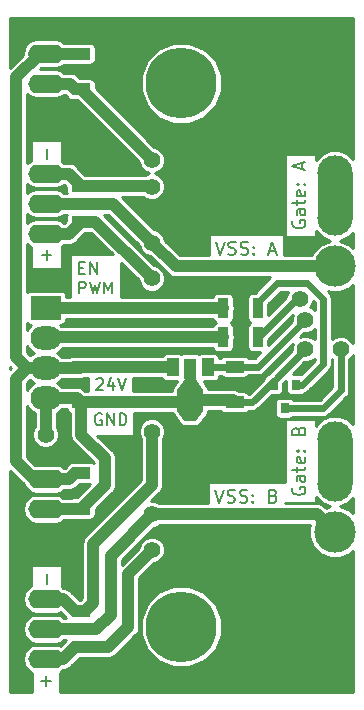
<source format=gbr>
G04 #@! TF.GenerationSoftware,KiCad,Pcbnew,(5.0.0)*
G04 #@! TF.CreationDate,2019-05-03T15:42:08+02:00*
G04 #@! TF.ProjectId,Gate_drive,476174655F64726976652E6B69636164,rev?*
G04 #@! TF.SameCoordinates,PXa21fe80PY3938700*
G04 #@! TF.FileFunction,Copper,L1,Top,Signal*
G04 #@! TF.FilePolarity,Positive*
%FSLAX46Y46*%
G04 Gerber Fmt 4.6, Leading zero omitted, Abs format (unit mm)*
G04 Created by KiCad (PCBNEW (5.0.0)) date 05/03/19 15:42:08*
%MOMM*%
%LPD*%
G01*
G04 APERTURE LIST*
G04 #@! TA.AperFunction,NonConductor*
%ADD10C,0.150000*%
G04 #@! TD*
G04 #@! TA.AperFunction,SMDPad,CuDef*
%ADD11R,0.900000X1.700000*%
G04 #@! TD*
G04 #@! TA.AperFunction,ComponentPad*
%ADD12R,2.600000X2.000000*%
G04 #@! TD*
G04 #@! TA.AperFunction,ComponentPad*
%ADD13O,2.600000X2.000000*%
G04 #@! TD*
G04 #@! TA.AperFunction,SMDPad,CuDef*
%ADD14R,0.800000X0.900000*%
G04 #@! TD*
G04 #@! TA.AperFunction,SMDPad,CuDef*
%ADD15R,1.600000X1.000000*%
G04 #@! TD*
G04 #@! TA.AperFunction,ComponentPad*
%ADD16C,2.999740*%
G04 #@! TD*
G04 #@! TA.AperFunction,ComponentPad*
%ADD17C,3.500120*%
G04 #@! TD*
G04 #@! TA.AperFunction,SMDPad,CuDef*
%ADD18C,0.850000*%
G04 #@! TD*
G04 #@! TA.AperFunction,Conductor*
%ADD19C,0.100000*%
G04 #@! TD*
G04 #@! TA.AperFunction,SMDPad,CuDef*
%ADD20R,1.000000X1.500000*%
G04 #@! TD*
G04 #@! TA.AperFunction,SMDPad,CuDef*
%ADD21R,1.000000X1.800000*%
G04 #@! TD*
G04 #@! TA.AperFunction,SMDPad,CuDef*
%ADD22R,2.200000X1.840000*%
G04 #@! TD*
G04 #@! TA.AperFunction,SMDPad,CuDef*
%ADD23C,1.000000*%
G04 #@! TD*
G04 #@! TA.AperFunction,ComponentPad*
%ADD24C,6.000000*%
G04 #@! TD*
G04 #@! TA.AperFunction,ComponentPad*
%ADD25O,3.000000X1.600000*%
G04 #@! TD*
G04 #@! TA.AperFunction,ViaPad*
%ADD26C,1.400000*%
G04 #@! TD*
G04 #@! TA.AperFunction,Conductor*
%ADD27C,1.000000*%
G04 #@! TD*
G04 #@! TA.AperFunction,Conductor*
%ADD28C,0.600000*%
G04 #@! TD*
G04 #@! TA.AperFunction,Conductor*
%ADD29C,0.300000*%
G04 #@! TD*
G04 #@! TA.AperFunction,Conductor*
%ADD30C,0.256000*%
G04 #@! TD*
G04 #@! TA.AperFunction,NonConductor*
%ADD31C,0.256000*%
G04 #@! TD*
G04 APERTURE END LIST*
D10*
X17933333Y-19397619D02*
X18300000Y-20497619D01*
X18666666Y-19397619D01*
X18980952Y-20445238D02*
X19138095Y-20497619D01*
X19400000Y-20497619D01*
X19504761Y-20445238D01*
X19557142Y-20392857D01*
X19609523Y-20288095D01*
X19609523Y-20183333D01*
X19557142Y-20078571D01*
X19504761Y-20026190D01*
X19400000Y-19973809D01*
X19190476Y-19921428D01*
X19085714Y-19869047D01*
X19033333Y-19816666D01*
X18980952Y-19711904D01*
X18980952Y-19607142D01*
X19033333Y-19502380D01*
X19085714Y-19450000D01*
X19190476Y-19397619D01*
X19452380Y-19397619D01*
X19609523Y-19450000D01*
X20028571Y-20445238D02*
X20185714Y-20497619D01*
X20447619Y-20497619D01*
X20552380Y-20445238D01*
X20604761Y-20392857D01*
X20657142Y-20288095D01*
X20657142Y-20183333D01*
X20604761Y-20078571D01*
X20552380Y-20026190D01*
X20447619Y-19973809D01*
X20238095Y-19921428D01*
X20133333Y-19869047D01*
X20080952Y-19816666D01*
X20028571Y-19711904D01*
X20028571Y-19607142D01*
X20080952Y-19502380D01*
X20133333Y-19450000D01*
X20238095Y-19397619D01*
X20500000Y-19397619D01*
X20657142Y-19450000D01*
X21128571Y-20392857D02*
X21180952Y-20445238D01*
X21128571Y-20497619D01*
X21076190Y-20445238D01*
X21128571Y-20392857D01*
X21128571Y-20497619D01*
X21128571Y-19816666D02*
X21180952Y-19869047D01*
X21128571Y-19921428D01*
X21076190Y-19869047D01*
X21128571Y-19816666D01*
X21128571Y-19921428D01*
X22438095Y-20183333D02*
X22961904Y-20183333D01*
X22333333Y-20497619D02*
X22700000Y-19397619D01*
X23066666Y-20497619D01*
X17854761Y-40397619D02*
X18221428Y-41497619D01*
X18588095Y-40397619D01*
X18902380Y-41445238D02*
X19059523Y-41497619D01*
X19321428Y-41497619D01*
X19426190Y-41445238D01*
X19478571Y-41392857D01*
X19530952Y-41288095D01*
X19530952Y-41183333D01*
X19478571Y-41078571D01*
X19426190Y-41026190D01*
X19321428Y-40973809D01*
X19111904Y-40921428D01*
X19007142Y-40869047D01*
X18954761Y-40816666D01*
X18902380Y-40711904D01*
X18902380Y-40607142D01*
X18954761Y-40502380D01*
X19007142Y-40450000D01*
X19111904Y-40397619D01*
X19373809Y-40397619D01*
X19530952Y-40450000D01*
X19950000Y-41445238D02*
X20107142Y-41497619D01*
X20369047Y-41497619D01*
X20473809Y-41445238D01*
X20526190Y-41392857D01*
X20578571Y-41288095D01*
X20578571Y-41183333D01*
X20526190Y-41078571D01*
X20473809Y-41026190D01*
X20369047Y-40973809D01*
X20159523Y-40921428D01*
X20054761Y-40869047D01*
X20002380Y-40816666D01*
X19950000Y-40711904D01*
X19950000Y-40607142D01*
X20002380Y-40502380D01*
X20054761Y-40450000D01*
X20159523Y-40397619D01*
X20421428Y-40397619D01*
X20578571Y-40450000D01*
X21050000Y-41392857D02*
X21102380Y-41445238D01*
X21050000Y-41497619D01*
X20997619Y-41445238D01*
X21050000Y-41392857D01*
X21050000Y-41497619D01*
X21050000Y-40816666D02*
X21102380Y-40869047D01*
X21050000Y-40921428D01*
X20997619Y-40869047D01*
X21050000Y-40816666D01*
X21050000Y-40921428D01*
X22778571Y-40921428D02*
X22935714Y-40973809D01*
X22988095Y-41026190D01*
X23040476Y-41130952D01*
X23040476Y-41288095D01*
X22988095Y-41392857D01*
X22935714Y-41445238D01*
X22830952Y-41497619D01*
X22411904Y-41497619D01*
X22411904Y-40397619D01*
X22778571Y-40397619D01*
X22883333Y-40450000D01*
X22935714Y-40502380D01*
X22988095Y-40607142D01*
X22988095Y-40711904D01*
X22935714Y-40816666D01*
X22883333Y-40869047D01*
X22778571Y-40921428D01*
X22411904Y-40921428D01*
X3578571Y-20919047D02*
X3578571Y-20080952D01*
X3997619Y-20500000D02*
X3159523Y-20500000D01*
X3578571Y-12419047D02*
X3578571Y-11580952D01*
X3578571Y-48419047D02*
X3578571Y-47580952D01*
X3080952Y-56578571D02*
X3919047Y-56578571D01*
X3500000Y-56997619D02*
X3500000Y-56159523D01*
X7809523Y-31047619D02*
X7857142Y-31000000D01*
X7952380Y-30952380D01*
X8190476Y-30952380D01*
X8285714Y-31000000D01*
X8333333Y-31047619D01*
X8380952Y-31142857D01*
X8380952Y-31238095D01*
X8333333Y-31380952D01*
X7761904Y-31952380D01*
X8380952Y-31952380D01*
X9238095Y-31285714D02*
X9238095Y-31952380D01*
X9000000Y-30904761D02*
X8761904Y-31619047D01*
X9380952Y-31619047D01*
X9619047Y-30952380D02*
X9952380Y-31952380D01*
X10285714Y-30952380D01*
X8238095Y-34000000D02*
X8142857Y-33952380D01*
X8000000Y-33952380D01*
X7857142Y-34000000D01*
X7761904Y-34095238D01*
X7714285Y-34190476D01*
X7666666Y-34380952D01*
X7666666Y-34523809D01*
X7714285Y-34714285D01*
X7761904Y-34809523D01*
X7857142Y-34904761D01*
X8000000Y-34952380D01*
X8095238Y-34952380D01*
X8238095Y-34904761D01*
X8285714Y-34857142D01*
X8285714Y-34523809D01*
X8095238Y-34523809D01*
X8714285Y-34952380D02*
X8714285Y-33952380D01*
X9285714Y-34952380D01*
X9285714Y-33952380D01*
X9761904Y-34952380D02*
X9761904Y-33952380D01*
X10000000Y-33952380D01*
X10142857Y-34000000D01*
X10238095Y-34095238D01*
X10285714Y-34190476D01*
X10333333Y-34380952D01*
X10333333Y-34523809D01*
X10285714Y-34714285D01*
X10238095Y-34809523D01*
X10142857Y-34904761D01*
X10000000Y-34952380D01*
X9761904Y-34952380D01*
X6335595Y-21603571D02*
X6668928Y-21603571D01*
X6811785Y-22127380D02*
X6335595Y-22127380D01*
X6335595Y-21127380D01*
X6811785Y-21127380D01*
X7240357Y-22127380D02*
X7240357Y-21127380D01*
X7811785Y-22127380D01*
X7811785Y-21127380D01*
X6335595Y-23777380D02*
X6335595Y-22777380D01*
X6716547Y-22777380D01*
X6811785Y-22825000D01*
X6859404Y-22872619D01*
X6907023Y-22967857D01*
X6907023Y-23110714D01*
X6859404Y-23205952D01*
X6811785Y-23253571D01*
X6716547Y-23301190D01*
X6335595Y-23301190D01*
X7240357Y-22777380D02*
X7478452Y-23777380D01*
X7668928Y-23063095D01*
X7859404Y-23777380D01*
X8097500Y-22777380D01*
X8478452Y-23777380D02*
X8478452Y-22777380D01*
X8811785Y-23491666D01*
X9145119Y-22777380D01*
X9145119Y-23777380D01*
X24450000Y-40226190D02*
X24397619Y-40330952D01*
X24397619Y-40488095D01*
X24450000Y-40645238D01*
X24554761Y-40750000D01*
X24659523Y-40802380D01*
X24869047Y-40854761D01*
X25026190Y-40854761D01*
X25235714Y-40802380D01*
X25340476Y-40750000D01*
X25445238Y-40645238D01*
X25497619Y-40488095D01*
X25497619Y-40383333D01*
X25445238Y-40226190D01*
X25392857Y-40173809D01*
X25026190Y-40173809D01*
X25026190Y-40383333D01*
X25497619Y-39230952D02*
X24921428Y-39230952D01*
X24816666Y-39283333D01*
X24764285Y-39388095D01*
X24764285Y-39597619D01*
X24816666Y-39702380D01*
X25445238Y-39230952D02*
X25497619Y-39335714D01*
X25497619Y-39597619D01*
X25445238Y-39702380D01*
X25340476Y-39754761D01*
X25235714Y-39754761D01*
X25130952Y-39702380D01*
X25078571Y-39597619D01*
X25078571Y-39335714D01*
X25026190Y-39230952D01*
X24764285Y-38864285D02*
X24764285Y-38445238D01*
X24397619Y-38707142D02*
X25340476Y-38707142D01*
X25445238Y-38654761D01*
X25497619Y-38550000D01*
X25497619Y-38445238D01*
X25445238Y-37659523D02*
X25497619Y-37764285D01*
X25497619Y-37973809D01*
X25445238Y-38078571D01*
X25340476Y-38130952D01*
X24921428Y-38130952D01*
X24816666Y-38078571D01*
X24764285Y-37973809D01*
X24764285Y-37764285D01*
X24816666Y-37659523D01*
X24921428Y-37607142D01*
X25026190Y-37607142D01*
X25130952Y-38130952D01*
X25392857Y-37135714D02*
X25445238Y-37083333D01*
X25497619Y-37135714D01*
X25445238Y-37188095D01*
X25392857Y-37135714D01*
X25497619Y-37135714D01*
X24816666Y-37135714D02*
X24869047Y-37083333D01*
X24921428Y-37135714D01*
X24869047Y-37188095D01*
X24816666Y-37135714D01*
X24921428Y-37135714D01*
X24921428Y-35407142D02*
X24973809Y-35250000D01*
X25026190Y-35197619D01*
X25130952Y-35145238D01*
X25288095Y-35145238D01*
X25392857Y-35197619D01*
X25445238Y-35250000D01*
X25497619Y-35354761D01*
X25497619Y-35773809D01*
X24397619Y-35773809D01*
X24397619Y-35407142D01*
X24450000Y-35302380D01*
X24502380Y-35250000D01*
X24607142Y-35197619D01*
X24711904Y-35197619D01*
X24816666Y-35250000D01*
X24869047Y-35302380D01*
X24921428Y-35407142D01*
X24921428Y-35773809D01*
X24450000Y-17647619D02*
X24397619Y-17752380D01*
X24397619Y-17909523D01*
X24450000Y-18066666D01*
X24554761Y-18171428D01*
X24659523Y-18223809D01*
X24869047Y-18276190D01*
X25026190Y-18276190D01*
X25235714Y-18223809D01*
X25340476Y-18171428D01*
X25445238Y-18066666D01*
X25497619Y-17909523D01*
X25497619Y-17804761D01*
X25445238Y-17647619D01*
X25392857Y-17595238D01*
X25026190Y-17595238D01*
X25026190Y-17804761D01*
X25497619Y-16652380D02*
X24921428Y-16652380D01*
X24816666Y-16704761D01*
X24764285Y-16809523D01*
X24764285Y-17019047D01*
X24816666Y-17123809D01*
X25445238Y-16652380D02*
X25497619Y-16757142D01*
X25497619Y-17019047D01*
X25445238Y-17123809D01*
X25340476Y-17176190D01*
X25235714Y-17176190D01*
X25130952Y-17123809D01*
X25078571Y-17019047D01*
X25078571Y-16757142D01*
X25026190Y-16652380D01*
X24764285Y-16285714D02*
X24764285Y-15866666D01*
X24397619Y-16128571D02*
X25340476Y-16128571D01*
X25445238Y-16076190D01*
X25497619Y-15971428D01*
X25497619Y-15866666D01*
X25445238Y-15080952D02*
X25497619Y-15185714D01*
X25497619Y-15395238D01*
X25445238Y-15500000D01*
X25340476Y-15552380D01*
X24921428Y-15552380D01*
X24816666Y-15500000D01*
X24764285Y-15395238D01*
X24764285Y-15185714D01*
X24816666Y-15080952D01*
X24921428Y-15028571D01*
X25026190Y-15028571D01*
X25130952Y-15552380D01*
X25392857Y-14557142D02*
X25445238Y-14504761D01*
X25497619Y-14557142D01*
X25445238Y-14609523D01*
X25392857Y-14557142D01*
X25497619Y-14557142D01*
X24816666Y-14557142D02*
X24869047Y-14504761D01*
X24921428Y-14557142D01*
X24869047Y-14609523D01*
X24816666Y-14557142D01*
X24921428Y-14557142D01*
X25183333Y-13247619D02*
X25183333Y-12723809D01*
X25497619Y-13352380D02*
X24397619Y-12985714D01*
X25497619Y-12619047D01*
D11*
G04 #@! TO.P,R1,1*
G04 #@! TO.N,Net-(C8-Pad1)*
X21450000Y-27500000D03*
G04 #@! TO.P,R1,2*
G04 #@! TO.N,/PWM*
X18550000Y-27500000D03*
G04 #@! TD*
D12*
G04 #@! TO.P,J1,1*
G04 #@! TO.N,/ENABLE*
X3500000Y-25000000D03*
D13*
G04 #@! TO.P,J1,2*
G04 #@! TO.N,/PWM*
X3500000Y-27540000D03*
G04 #@! TO.P,J1,3*
G04 #@! TO.N,+24V*
X3500000Y-30080000D03*
G04 #@! TO.P,J1,4*
G04 #@! TO.N,GND*
X3500000Y-32620000D03*
G04 #@! TD*
D11*
G04 #@! TO.P,R4,1*
G04 #@! TO.N,Net-(Q3-Pad1)*
X21450000Y-25000000D03*
G04 #@! TO.P,R4,2*
G04 #@! TO.N,/ENABLE*
X18550000Y-25000000D03*
G04 #@! TD*
D14*
G04 #@! TO.P,Q3,1*
G04 #@! TO.N,Net-(Q3-Pad1)*
X24700000Y-31500000D03*
G04 #@! TO.P,Q3,2*
G04 #@! TO.N,GND*
X22800000Y-31500000D03*
G04 #@! TO.P,Q3,3*
G04 #@! TO.N,Net-(Q3-Pad3)*
X23750000Y-33500000D03*
G04 #@! TD*
D15*
G04 #@! TO.P,C1,1*
G04 #@! TO.N,+24V*
X6500000Y-3500000D03*
G04 #@! TO.P,C1,2*
G04 #@! TO.N,GND*
X6500000Y-6500000D03*
G04 #@! TD*
G04 #@! TO.P,C2,1*
G04 #@! TO.N,+24V*
X12000000Y-30000000D03*
G04 #@! TO.P,C2,2*
G04 #@! TO.N,GND*
X12000000Y-33000000D03*
G04 #@! TD*
G04 #@! TO.P,C3,1*
G04 #@! TO.N,+15V*
X19500000Y-30000000D03*
G04 #@! TO.P,C3,2*
G04 #@! TO.N,GND*
X19500000Y-33000000D03*
G04 #@! TD*
G04 #@! TO.P,C4,1*
G04 #@! TO.N,+24V*
X6500000Y-30000000D03*
G04 #@! TO.P,C4,2*
G04 #@! TO.N,GND*
X6500000Y-33000000D03*
G04 #@! TD*
G04 #@! TO.P,C5,1*
G04 #@! TO.N,/+15V:A*
X6500000Y-17700000D03*
G04 #@! TO.P,C5,2*
G04 #@! TO.N,/-8.7V:A*
X6500000Y-14700000D03*
G04 #@! TD*
G04 #@! TO.P,C13,1*
G04 #@! TO.N,/+15V:B*
X6500000Y-53700000D03*
G04 #@! TO.P,C13,2*
G04 #@! TO.N,/-8.7V:B*
X6500000Y-50700000D03*
G04 #@! TD*
G04 #@! TO.P,C18,1*
G04 #@! TO.N,+24V*
X6500000Y-39000000D03*
G04 #@! TO.P,C18,2*
G04 #@! TO.N,GND*
X6500000Y-42000000D03*
G04 #@! TD*
D16*
G04 #@! TO.P,J2,1*
G04 #@! TO.N,/Gate:A*
X28000000Y-17405000D03*
X28000000Y-13595000D03*
G04 #@! TD*
D17*
G04 #@! TO.P,J3,1*
G04 #@! TO.N,/VSS:A*
X28000000Y-21500000D03*
G04 #@! TD*
D16*
G04 #@! TO.P,J4,1*
G04 #@! TO.N,/Gate:B*
X28000000Y-39905000D03*
X28000000Y-36095000D03*
G04 #@! TD*
D17*
G04 #@! TO.P,J5,1*
G04 #@! TO.N,/VSS:B*
X28000000Y-44000000D03*
G04 #@! TD*
D18*
G04 #@! TO.P,U1,2*
G04 #@! TO.N,GND*
X15750000Y-34167000D03*
D19*
G04 #@! TD*
G04 #@! TO.N,GND*
G04 #@! TO.C,U1*
G36*
X16850000Y-33742000D02*
X16250000Y-34592000D01*
X15250000Y-34592000D01*
X14650000Y-33742000D01*
X16850000Y-33742000D01*
X16850000Y-33742000D01*
G37*
D20*
G04 #@! TO.P,U1,1*
G04 #@! TO.N,+15V*
X17250000Y-30020000D03*
D21*
G04 #@! TO.P,U1,2*
G04 #@! TO.N,GND*
X15750000Y-30166500D03*
D20*
G04 #@! TO.P,U1,3*
G04 #@! TO.N,+24V*
X14250000Y-30020000D03*
D22*
G04 #@! TO.P,U1,2*
G04 #@! TO.N,GND*
X15750000Y-32833500D03*
D23*
X15750000Y-31423800D03*
D19*
G04 #@! TD*
G04 #@! TO.N,GND*
G04 #@! TO.C,U1*
G36*
X14650000Y-31923800D02*
X15350000Y-30923800D01*
X16150000Y-30923800D01*
X16850000Y-31923800D01*
X14650000Y-31923800D01*
X14650000Y-31923800D01*
G37*
D24*
G04 #@! TO.P,REF\002A\002A,1*
G04 #@! TO.N,N/C*
X15000000Y-6000000D03*
G04 #@! TD*
G04 #@! TO.P,REF\002A\002A,1*
G04 #@! TO.N,N/C*
X15000000Y-52000000D03*
G04 #@! TD*
D25*
G04 #@! TO.P,U4,1*
G04 #@! TO.N,+24V*
X3500000Y-39500000D03*
G04 #@! TO.P,U4,2*
G04 #@! TO.N,GND*
X3500000Y-42040000D03*
G04 #@! TO.P,U4,5*
G04 #@! TO.N,/-8.7V:B*
X3500000Y-49660000D03*
G04 #@! TO.P,U4,6*
G04 #@! TO.N,/VSS:B*
X3500000Y-52200000D03*
G04 #@! TO.P,U4,7*
G04 #@! TO.N,/+15V:B*
X3500000Y-54740000D03*
G04 #@! TD*
G04 #@! TO.P,U2,1*
G04 #@! TO.N,+24V*
X3500000Y-3500000D03*
G04 #@! TO.P,U2,2*
G04 #@! TO.N,GND*
X3500000Y-6040000D03*
G04 #@! TO.P,U2,5*
G04 #@! TO.N,/-8.7V:A*
X3500000Y-13660000D03*
G04 #@! TO.P,U2,6*
G04 #@! TO.N,/VSS:A*
X3500000Y-16200000D03*
G04 #@! TO.P,U2,7*
G04 #@! TO.N,/+15V:A*
X3500000Y-18740000D03*
G04 #@! TD*
D26*
G04 #@! TO.N,GND*
X25500000Y-28500000D03*
X12500000Y-12500000D03*
X3500000Y-35750000D03*
G04 #@! TO.N,+15V*
X25500000Y-26000000D03*
G04 #@! TO.N,/+15V:A*
X12500000Y-22500000D03*
G04 #@! TO.N,/-8.7V:A*
X12500000Y-14750000D03*
G04 #@! TO.N,/VSS:A*
X12500000Y-19500000D03*
G04 #@! TO.N,Net-(C8-Pad1)*
X25000000Y-24250000D03*
G04 #@! TO.N,/+15V:B*
X12500000Y-45500000D03*
G04 #@! TO.N,/-8.7V:B*
X12500000Y-35500000D03*
G04 #@! TO.N,/VSS:B*
X12500000Y-42500000D03*
G04 #@! TO.N,Net-(Q3-Pad3)*
X28500000Y-28500000D03*
G04 #@! TD*
D27*
G04 #@! TO.N,+24V*
X3500000Y-3500000D02*
X2500000Y-3500000D01*
X3000000Y-3500000D02*
X1000000Y-5500000D01*
X1000000Y-29160000D02*
X1000000Y-5500000D01*
X1920000Y-30080000D02*
X1000000Y-29160000D01*
X3500000Y-30080000D02*
X1920000Y-30080000D01*
X1000000Y-38000000D02*
X2500000Y-39500000D01*
X1000000Y-31000000D02*
X1000000Y-38000000D01*
X1920000Y-30080000D02*
X1000000Y-31000000D01*
X2500000Y-39500000D02*
X3000000Y-39500000D01*
X3000000Y-39500000D02*
X5500000Y-39500000D01*
X5500000Y-39500000D02*
X6000000Y-39000000D01*
X3500000Y-30080000D02*
X6420000Y-30080000D01*
X12000000Y-30000000D02*
X14230000Y-30000000D01*
D28*
X14230000Y-30000000D02*
X14250000Y-30020000D01*
D27*
X6500000Y-30000000D02*
X12000000Y-30000000D01*
D28*
X6420000Y-30080000D02*
X6500000Y-30000000D01*
D27*
X3500000Y-3500000D02*
X6000000Y-3500000D01*
D28*
G04 #@! TO.N,GND*
X22800000Y-31500000D02*
X22800000Y-31200000D01*
X22800000Y-31200000D02*
X23000000Y-31000000D01*
X19500000Y-33000000D02*
X21000000Y-33000000D01*
X21000000Y-33000000D02*
X23000000Y-31000000D01*
X23000000Y-31000000D02*
X25500000Y-28500000D01*
D29*
X15750000Y-31423800D02*
X15750000Y-32833500D01*
X15750000Y-32833500D02*
X15750000Y-30166500D01*
X15750000Y-34167000D02*
X15750000Y-32833500D01*
D27*
X6500000Y-42000000D02*
X3540000Y-42000000D01*
X3540000Y-42000000D02*
X3500000Y-42040000D01*
X6500000Y-33000000D02*
X6500000Y-35750000D01*
X8500000Y-40000000D02*
X6500000Y-42000000D01*
X8500000Y-37750000D02*
X8500000Y-40000000D01*
X6500000Y-35750000D02*
X8500000Y-37750000D01*
X12500000Y-12500000D02*
X6500000Y-6500000D01*
X3500000Y-32620000D02*
X3500000Y-35750000D01*
D28*
X19550000Y-32950000D02*
X19500000Y-33000000D01*
X19500000Y-33000000D02*
X19500000Y-32950000D01*
D27*
X15750000Y-32833500D02*
X19333500Y-32833500D01*
D28*
X19333500Y-32833500D02*
X19500000Y-33000000D01*
D27*
X12000000Y-33000000D02*
X15583500Y-33000000D01*
D28*
X15583500Y-33000000D02*
X15750000Y-32833500D01*
D27*
X6500000Y-33000000D02*
X12000000Y-33000000D01*
X3500000Y-32620000D02*
X6120000Y-32620000D01*
X6120000Y-32620000D02*
X6500000Y-33000000D01*
X3500000Y-6040000D02*
X5540000Y-6040000D01*
X5540000Y-6040000D02*
X6000000Y-6500000D01*
D28*
G04 #@! TO.N,+15V*
X21500000Y-30000000D02*
X25500000Y-26000000D01*
X21500000Y-30000000D02*
X19500000Y-30000000D01*
X19500000Y-30000000D02*
X19750000Y-30000000D01*
X19500000Y-30000000D02*
X20000000Y-30000000D01*
X17250000Y-30020000D02*
X19480000Y-30020000D01*
X19480000Y-30020000D02*
X19500000Y-30000000D01*
D27*
G04 #@! TO.N,/+15V:A*
X6500000Y-17700000D02*
X7700000Y-17700000D01*
X7700000Y-17700000D02*
X12500000Y-22500000D01*
X3500000Y-18740000D02*
X5460000Y-18740000D01*
X5460000Y-18740000D02*
X6500000Y-17700000D01*
G04 #@! TO.N,/-8.7V:A*
X6500000Y-14700000D02*
X10300000Y-14700000D01*
X12450000Y-14700000D02*
X10300000Y-14700000D01*
X12500000Y-14750000D02*
X12450000Y-14700000D01*
X3500000Y-13660000D02*
X5460000Y-13660000D01*
X5460000Y-13660000D02*
X6500000Y-14700000D01*
G04 #@! TO.N,/VSS:A*
X28000000Y-21500000D02*
X14500000Y-21500000D01*
X14500000Y-21500000D02*
X12500000Y-19500000D01*
X3500000Y-16200000D02*
X9200000Y-16200000D01*
X9200000Y-16200000D02*
X12500000Y-19500000D01*
D28*
G04 #@! TO.N,Net-(C8-Pad1)*
X21450000Y-27500000D02*
X21500000Y-27500000D01*
X21500000Y-27500000D02*
X24750000Y-24250000D01*
X24750000Y-24250000D02*
X25000000Y-24250000D01*
D27*
G04 #@! TO.N,/+15V:B*
X6000000Y-53700000D02*
X8800000Y-53700000D01*
X10500000Y-47500000D02*
X12500000Y-45500000D01*
X10500000Y-52000000D02*
X10500000Y-47500000D01*
X8800000Y-53700000D02*
X10500000Y-52000000D01*
X3000000Y-54740000D02*
X4960000Y-54740000D01*
X4960000Y-54740000D02*
X6000000Y-53700000D01*
G04 #@! TO.N,/-8.7V:B*
X6000000Y-50700000D02*
X6800000Y-50700000D01*
X6800000Y-50700000D02*
X7500000Y-50000000D01*
X12500000Y-40000000D02*
X12500000Y-35500000D01*
X7500000Y-45000000D02*
X12500000Y-40000000D01*
X7500000Y-50000000D02*
X7500000Y-45000000D01*
X3000000Y-49660000D02*
X4960000Y-49660000D01*
X4960000Y-49660000D02*
X6000000Y-50700000D01*
G04 #@! TO.N,/VSS:B*
X12500000Y-42500000D02*
X26500000Y-42500000D01*
X26500000Y-42500000D02*
X28000000Y-44000000D01*
X3000000Y-52200000D02*
X7800000Y-52200000D01*
X9000000Y-46000000D02*
X12500000Y-42500000D01*
X9000000Y-51000000D02*
X9000000Y-46000000D01*
X7800000Y-52200000D02*
X9000000Y-51000000D01*
G04 #@! TO.N,/PWM*
X18550000Y-27500000D02*
X3540000Y-27500000D01*
D28*
X3540000Y-27500000D02*
X3500000Y-27540000D01*
D27*
G04 #@! TO.N,/ENABLE*
X3500000Y-25000000D02*
X18550000Y-25000000D01*
D28*
G04 #@! TO.N,Net-(Q3-Pad1)*
X24700000Y-31500000D02*
X25250000Y-31500000D01*
X23100000Y-22900000D02*
X21450000Y-24550000D01*
X25650000Y-22900000D02*
X23100000Y-22900000D01*
X27000000Y-24250000D02*
X25650000Y-22900000D01*
X27000000Y-29750000D02*
X27000000Y-24250000D01*
X25250000Y-31500000D02*
X27000000Y-29750000D01*
X21450000Y-24550000D02*
X21450000Y-25000000D01*
G04 #@! TO.N,Net-(Q3-Pad3)*
X23750000Y-33500000D02*
X27000000Y-33500000D01*
X28500000Y-32000000D02*
X28500000Y-28500000D01*
X27000000Y-33500000D02*
X28500000Y-32000000D01*
G04 #@! TD*
D30*
G04 #@! TO.N,/Gate:A*
G36*
X29372000Y-13553020D02*
X29372000Y-17446980D01*
X28446980Y-18372000D01*
X27553020Y-18372000D01*
X26628000Y-17446980D01*
X26628000Y-13553020D01*
X27553020Y-12628000D01*
X28446980Y-12628000D01*
X29372000Y-13553020D01*
X29372000Y-13553020D01*
G37*
X29372000Y-13553020D02*
X29372000Y-17446980D01*
X28446980Y-18372000D01*
X27553020Y-18372000D01*
X26628000Y-17446980D01*
X26628000Y-13553020D01*
X27553020Y-12628000D01*
X28446980Y-12628000D01*
X29372000Y-13553020D01*
G04 #@! TO.N,/Gate:B*
G36*
X29372000Y-36053020D02*
X29372000Y-39946980D01*
X28446980Y-40872000D01*
X27553020Y-40872000D01*
X26628000Y-39946980D01*
X26628000Y-36053020D01*
X27553020Y-35128000D01*
X28446980Y-35128000D01*
X29372000Y-36053020D01*
X29372000Y-36053020D01*
G37*
X29372000Y-36053020D02*
X29372000Y-39946980D01*
X28446980Y-40872000D01*
X27553020Y-40872000D01*
X26628000Y-39946980D01*
X26628000Y-36053020D01*
X27553020Y-35128000D01*
X28446980Y-35128000D01*
X29372000Y-36053020D01*
D31*
G36*
X25821940Y-43566757D02*
X25821940Y-44433243D01*
X26153530Y-45233772D01*
X26766228Y-45846470D01*
X27566757Y-46178060D01*
X28433243Y-46178060D01*
X29233772Y-45846470D01*
X29497001Y-45583241D01*
X29497001Y-57497000D01*
X4683953Y-57497000D01*
X4683953Y-55893535D01*
X5008815Y-55676469D01*
X5051391Y-55668000D01*
X5051397Y-55668000D01*
X5322087Y-55614156D01*
X5629050Y-55409050D01*
X5680823Y-55331566D01*
X6376005Y-54636385D01*
X7300000Y-54636385D01*
X7342154Y-54628000D01*
X8708609Y-54628000D01*
X8800000Y-54646179D01*
X8891391Y-54628000D01*
X8891397Y-54628000D01*
X9162087Y-54574156D01*
X9469050Y-54369050D01*
X9520823Y-54291566D01*
X11091569Y-52720821D01*
X11169050Y-52669050D01*
X11374156Y-52362087D01*
X11428000Y-52091397D01*
X11428000Y-52091392D01*
X11446179Y-52000001D01*
X11428000Y-51908609D01*
X11428000Y-51318129D01*
X11572000Y-51318129D01*
X11572000Y-52681871D01*
X12093882Y-53941806D01*
X13058194Y-54906118D01*
X14318129Y-55428000D01*
X15681871Y-55428000D01*
X16941806Y-54906118D01*
X17906118Y-53941806D01*
X18428000Y-52681871D01*
X18428000Y-51318129D01*
X17906118Y-50058194D01*
X16941806Y-49093882D01*
X15681871Y-48572000D01*
X14318129Y-48572000D01*
X13058194Y-49093882D01*
X12093882Y-50058194D01*
X11572000Y-51318129D01*
X11428000Y-51318129D01*
X11428000Y-47884389D01*
X12684390Y-46628000D01*
X12724373Y-46628000D01*
X13138961Y-46456272D01*
X13456272Y-46138961D01*
X13628000Y-45724373D01*
X13628000Y-45275627D01*
X13456272Y-44861039D01*
X13138961Y-44543728D01*
X12724373Y-44372000D01*
X12275627Y-44372000D01*
X11861039Y-44543728D01*
X11543728Y-44861039D01*
X11372000Y-45275627D01*
X11372000Y-45315610D01*
X9928000Y-46759611D01*
X9928000Y-46384389D01*
X12684390Y-43628000D01*
X12724373Y-43628000D01*
X13138961Y-43456272D01*
X13167233Y-43428000D01*
X25879415Y-43428000D01*
X25821940Y-43566757D01*
X25821940Y-43566757D01*
G37*
X25821940Y-43566757D02*
X25821940Y-44433243D01*
X26153530Y-45233772D01*
X26766228Y-45846470D01*
X27566757Y-46178060D01*
X28433243Y-46178060D01*
X29233772Y-45846470D01*
X29497001Y-45583241D01*
X29497001Y-57497000D01*
X4683953Y-57497000D01*
X4683953Y-55893535D01*
X5008815Y-55676469D01*
X5051391Y-55668000D01*
X5051397Y-55668000D01*
X5322087Y-55614156D01*
X5629050Y-55409050D01*
X5680823Y-55331566D01*
X6376005Y-54636385D01*
X7300000Y-54636385D01*
X7342154Y-54628000D01*
X8708609Y-54628000D01*
X8800000Y-54646179D01*
X8891391Y-54628000D01*
X8891397Y-54628000D01*
X9162087Y-54574156D01*
X9469050Y-54369050D01*
X9520823Y-54291566D01*
X11091569Y-52720821D01*
X11169050Y-52669050D01*
X11374156Y-52362087D01*
X11428000Y-52091397D01*
X11428000Y-52091392D01*
X11446179Y-52000001D01*
X11428000Y-51908609D01*
X11428000Y-51318129D01*
X11572000Y-51318129D01*
X11572000Y-52681871D01*
X12093882Y-53941806D01*
X13058194Y-54906118D01*
X14318129Y-55428000D01*
X15681871Y-55428000D01*
X16941806Y-54906118D01*
X17906118Y-53941806D01*
X18428000Y-52681871D01*
X18428000Y-51318129D01*
X17906118Y-50058194D01*
X16941806Y-49093882D01*
X15681871Y-48572000D01*
X14318129Y-48572000D01*
X13058194Y-49093882D01*
X12093882Y-50058194D01*
X11572000Y-51318129D01*
X11428000Y-51318129D01*
X11428000Y-47884389D01*
X12684390Y-46628000D01*
X12724373Y-46628000D01*
X13138961Y-46456272D01*
X13456272Y-46138961D01*
X13628000Y-45724373D01*
X13628000Y-45275627D01*
X13456272Y-44861039D01*
X13138961Y-44543728D01*
X12724373Y-44372000D01*
X12275627Y-44372000D01*
X11861039Y-44543728D01*
X11543728Y-44861039D01*
X11372000Y-45275627D01*
X11372000Y-45315610D01*
X9928000Y-46759611D01*
X9928000Y-46384389D01*
X12684390Y-43628000D01*
X12724373Y-43628000D01*
X13138961Y-43456272D01*
X13167233Y-43428000D01*
X25879415Y-43428000D01*
X25821940Y-43566757D01*
G36*
X29497001Y-34865581D02*
X29092051Y-34460631D01*
X28383477Y-34167130D01*
X27616523Y-34167130D01*
X26907949Y-34460631D01*
X26398500Y-34970080D01*
X26398500Y-34432714D01*
X23742500Y-34432714D01*
X23742500Y-39742500D01*
X17247000Y-39742500D01*
X17247000Y-41572000D01*
X13167233Y-41572000D01*
X13138961Y-41543728D01*
X12724373Y-41372000D01*
X12440390Y-41372000D01*
X13091569Y-40720821D01*
X13169050Y-40669050D01*
X13374156Y-40362087D01*
X13428000Y-40091397D01*
X13428000Y-40091392D01*
X13446179Y-40000000D01*
X13428000Y-39908609D01*
X13428000Y-36167233D01*
X13456272Y-36138961D01*
X13628000Y-35724373D01*
X13628000Y-35275627D01*
X13456272Y-34861039D01*
X13138961Y-34543728D01*
X12724373Y-34372000D01*
X12275627Y-34372000D01*
X11861039Y-34543728D01*
X11543728Y-34861039D01*
X11372000Y-35275627D01*
X11372000Y-35724373D01*
X11543728Y-36138961D01*
X11572001Y-36167234D01*
X11572000Y-39615610D01*
X6908432Y-44279179D01*
X6830951Y-44330950D01*
X6779180Y-44408431D01*
X6779178Y-44408433D01*
X6625845Y-44637913D01*
X6553821Y-45000000D01*
X6572001Y-45091396D01*
X6572000Y-49615610D01*
X6423995Y-49763615D01*
X6376005Y-49763615D01*
X5680823Y-49068434D01*
X5629050Y-48990950D01*
X5322087Y-48785844D01*
X5051397Y-48732000D01*
X5051391Y-48732000D01*
X5008815Y-48723531D01*
X4898500Y-48649821D01*
X4898500Y-46816047D01*
X2242500Y-46816047D01*
X2242500Y-48555608D01*
X1914662Y-48774662D01*
X1643250Y-49180859D01*
X1547943Y-49660000D01*
X1643250Y-50139141D01*
X1914662Y-50545338D01*
X2320859Y-50816750D01*
X2679057Y-50888000D01*
X4320943Y-50888000D01*
X4679141Y-50816750D01*
X4754205Y-50766594D01*
X5259610Y-51272000D01*
X5021490Y-51272000D01*
X4679141Y-51043250D01*
X4320943Y-50972000D01*
X2679057Y-50972000D01*
X2320859Y-51043250D01*
X1914662Y-51314662D01*
X1643250Y-51720859D01*
X1547943Y-52200000D01*
X1643250Y-52679141D01*
X1914662Y-53085338D01*
X2320859Y-53356750D01*
X2679057Y-53428000D01*
X4320943Y-53428000D01*
X4679141Y-53356750D01*
X5021490Y-53128000D01*
X5259610Y-53128000D01*
X4754205Y-53633406D01*
X4679141Y-53583250D01*
X4320943Y-53512000D01*
X2679057Y-53512000D01*
X2320859Y-53583250D01*
X1914662Y-53854662D01*
X1643250Y-54260859D01*
X1547943Y-54740000D01*
X1643250Y-55219141D01*
X1914662Y-55625338D01*
X2316048Y-55893535D01*
X2316048Y-57497000D01*
X503000Y-57497000D01*
X503000Y-38815389D01*
X1637415Y-39949804D01*
X1643250Y-39979141D01*
X1914662Y-40385338D01*
X2320859Y-40656750D01*
X2679057Y-40728000D01*
X4320943Y-40728000D01*
X4679141Y-40656750D01*
X5021490Y-40428000D01*
X5408609Y-40428000D01*
X5500000Y-40446179D01*
X5591391Y-40428000D01*
X5591397Y-40428000D01*
X5862087Y-40374156D01*
X6169050Y-40169050D01*
X6220823Y-40091566D01*
X6376004Y-39936385D01*
X7251225Y-39936385D01*
X6123996Y-41063615D01*
X5700000Y-41063615D01*
X5657846Y-41072000D01*
X4961626Y-41072000D01*
X4679141Y-40883250D01*
X4320943Y-40812000D01*
X2679057Y-40812000D01*
X2320859Y-40883250D01*
X1914662Y-41154662D01*
X1643250Y-41560859D01*
X1547943Y-42040000D01*
X1643250Y-42519141D01*
X1914662Y-42925338D01*
X2320859Y-43196750D01*
X2679057Y-43268000D01*
X4320943Y-43268000D01*
X4679141Y-43196750D01*
X5081354Y-42928000D01*
X5657846Y-42928000D01*
X5700000Y-42936385D01*
X6450763Y-42936385D01*
X6500000Y-42946179D01*
X6549237Y-42936385D01*
X7300000Y-42936385D01*
X7466997Y-42903167D01*
X7608571Y-42808571D01*
X7703167Y-42666997D01*
X7736385Y-42500000D01*
X7736385Y-42076004D01*
X9091568Y-40720821D01*
X9169050Y-40669050D01*
X9374156Y-40362087D01*
X9428000Y-40091397D01*
X9428000Y-40091392D01*
X9446179Y-40000001D01*
X9428000Y-39908609D01*
X9428000Y-37841391D01*
X9446179Y-37749999D01*
X9428000Y-37658608D01*
X9428000Y-37658603D01*
X9374156Y-37387913D01*
X9280746Y-37248115D01*
X9220822Y-37158432D01*
X9220821Y-37158431D01*
X9169050Y-37080950D01*
X9091569Y-37029179D01*
X7882889Y-35820500D01*
X11026810Y-35820500D01*
X11026810Y-33928000D01*
X11157846Y-33928000D01*
X11200000Y-33936385D01*
X12800000Y-33936385D01*
X12842154Y-33928000D01*
X14251846Y-33928000D01*
X14289056Y-33983689D01*
X14293487Y-33993656D01*
X14335211Y-34052764D01*
X14341429Y-34062071D01*
X14342093Y-34062515D01*
X14893487Y-34843656D01*
X15083003Y-34995167D01*
X15250000Y-35028385D01*
X16250000Y-35028385D01*
X16483070Y-34960931D01*
X16606513Y-34843656D01*
X17157907Y-34062515D01*
X17158571Y-34062071D01*
X17164789Y-34052764D01*
X17206513Y-33993656D01*
X17217003Y-33974620D01*
X17253167Y-33920497D01*
X17284794Y-33761500D01*
X18359977Y-33761500D01*
X18391429Y-33808571D01*
X18533003Y-33903167D01*
X18700000Y-33936385D01*
X20300000Y-33936385D01*
X20466997Y-33903167D01*
X20608571Y-33808571D01*
X20662406Y-33728000D01*
X20928305Y-33728000D01*
X21000000Y-33742261D01*
X21071695Y-33728000D01*
X21071700Y-33728000D01*
X21284051Y-33685761D01*
X21524858Y-33524858D01*
X21565472Y-33464075D01*
X22643163Y-32386385D01*
X23200000Y-32386385D01*
X23366997Y-32353167D01*
X23508571Y-32258571D01*
X23603167Y-32116997D01*
X23636385Y-31950000D01*
X23636385Y-31393162D01*
X23863615Y-31165932D01*
X23863615Y-31950000D01*
X23896833Y-32116997D01*
X23991429Y-32258571D01*
X24133003Y-32353167D01*
X24300000Y-32386385D01*
X25100000Y-32386385D01*
X25266997Y-32353167D01*
X25408571Y-32258571D01*
X25445444Y-32203386D01*
X25534051Y-32185761D01*
X25683971Y-32085587D01*
X25714074Y-32065473D01*
X25714075Y-32065472D01*
X25774858Y-32024858D01*
X25815472Y-31964075D01*
X27464075Y-30315472D01*
X27524858Y-30274858D01*
X27685761Y-30034051D01*
X27728000Y-29821700D01*
X27728000Y-29821695D01*
X27742261Y-29750000D01*
X27728000Y-29678305D01*
X27728000Y-29323233D01*
X27772001Y-29367234D01*
X27772000Y-31698452D01*
X26698453Y-32772000D01*
X24478998Y-32772000D01*
X24458571Y-32741429D01*
X24316997Y-32646833D01*
X24150000Y-32613615D01*
X23350000Y-32613615D01*
X23183003Y-32646833D01*
X23041429Y-32741429D01*
X22946833Y-32883003D01*
X22913615Y-33050000D01*
X22913615Y-33950000D01*
X22946833Y-34116997D01*
X23041429Y-34258571D01*
X23183003Y-34353167D01*
X23350000Y-34386385D01*
X24150000Y-34386385D01*
X24316997Y-34353167D01*
X24458571Y-34258571D01*
X24478998Y-34228000D01*
X26928305Y-34228000D01*
X27000000Y-34242261D01*
X27071695Y-34228000D01*
X27071700Y-34228000D01*
X27284051Y-34185761D01*
X27524858Y-34024858D01*
X27565472Y-33964075D01*
X28964078Y-32565470D01*
X29024858Y-32524858D01*
X29065470Y-32464078D01*
X29065473Y-32464075D01*
X29185760Y-32284053D01*
X29185760Y-32284052D01*
X29185761Y-32284051D01*
X29228000Y-32071700D01*
X29228000Y-32071696D01*
X29242261Y-32000001D01*
X29228000Y-31928306D01*
X29228000Y-29367233D01*
X29456272Y-29138961D01*
X29497001Y-29040634D01*
X29497001Y-34865581D01*
X29497001Y-34865581D01*
G37*
X29497001Y-34865581D02*
X29092051Y-34460631D01*
X28383477Y-34167130D01*
X27616523Y-34167130D01*
X26907949Y-34460631D01*
X26398500Y-34970080D01*
X26398500Y-34432714D01*
X23742500Y-34432714D01*
X23742500Y-39742500D01*
X17247000Y-39742500D01*
X17247000Y-41572000D01*
X13167233Y-41572000D01*
X13138961Y-41543728D01*
X12724373Y-41372000D01*
X12440390Y-41372000D01*
X13091569Y-40720821D01*
X13169050Y-40669050D01*
X13374156Y-40362087D01*
X13428000Y-40091397D01*
X13428000Y-40091392D01*
X13446179Y-40000000D01*
X13428000Y-39908609D01*
X13428000Y-36167233D01*
X13456272Y-36138961D01*
X13628000Y-35724373D01*
X13628000Y-35275627D01*
X13456272Y-34861039D01*
X13138961Y-34543728D01*
X12724373Y-34372000D01*
X12275627Y-34372000D01*
X11861039Y-34543728D01*
X11543728Y-34861039D01*
X11372000Y-35275627D01*
X11372000Y-35724373D01*
X11543728Y-36138961D01*
X11572001Y-36167234D01*
X11572000Y-39615610D01*
X6908432Y-44279179D01*
X6830951Y-44330950D01*
X6779180Y-44408431D01*
X6779178Y-44408433D01*
X6625845Y-44637913D01*
X6553821Y-45000000D01*
X6572001Y-45091396D01*
X6572000Y-49615610D01*
X6423995Y-49763615D01*
X6376005Y-49763615D01*
X5680823Y-49068434D01*
X5629050Y-48990950D01*
X5322087Y-48785844D01*
X5051397Y-48732000D01*
X5051391Y-48732000D01*
X5008815Y-48723531D01*
X4898500Y-48649821D01*
X4898500Y-46816047D01*
X2242500Y-46816047D01*
X2242500Y-48555608D01*
X1914662Y-48774662D01*
X1643250Y-49180859D01*
X1547943Y-49660000D01*
X1643250Y-50139141D01*
X1914662Y-50545338D01*
X2320859Y-50816750D01*
X2679057Y-50888000D01*
X4320943Y-50888000D01*
X4679141Y-50816750D01*
X4754205Y-50766594D01*
X5259610Y-51272000D01*
X5021490Y-51272000D01*
X4679141Y-51043250D01*
X4320943Y-50972000D01*
X2679057Y-50972000D01*
X2320859Y-51043250D01*
X1914662Y-51314662D01*
X1643250Y-51720859D01*
X1547943Y-52200000D01*
X1643250Y-52679141D01*
X1914662Y-53085338D01*
X2320859Y-53356750D01*
X2679057Y-53428000D01*
X4320943Y-53428000D01*
X4679141Y-53356750D01*
X5021490Y-53128000D01*
X5259610Y-53128000D01*
X4754205Y-53633406D01*
X4679141Y-53583250D01*
X4320943Y-53512000D01*
X2679057Y-53512000D01*
X2320859Y-53583250D01*
X1914662Y-53854662D01*
X1643250Y-54260859D01*
X1547943Y-54740000D01*
X1643250Y-55219141D01*
X1914662Y-55625338D01*
X2316048Y-55893535D01*
X2316048Y-57497000D01*
X503000Y-57497000D01*
X503000Y-38815389D01*
X1637415Y-39949804D01*
X1643250Y-39979141D01*
X1914662Y-40385338D01*
X2320859Y-40656750D01*
X2679057Y-40728000D01*
X4320943Y-40728000D01*
X4679141Y-40656750D01*
X5021490Y-40428000D01*
X5408609Y-40428000D01*
X5500000Y-40446179D01*
X5591391Y-40428000D01*
X5591397Y-40428000D01*
X5862087Y-40374156D01*
X6169050Y-40169050D01*
X6220823Y-40091566D01*
X6376004Y-39936385D01*
X7251225Y-39936385D01*
X6123996Y-41063615D01*
X5700000Y-41063615D01*
X5657846Y-41072000D01*
X4961626Y-41072000D01*
X4679141Y-40883250D01*
X4320943Y-40812000D01*
X2679057Y-40812000D01*
X2320859Y-40883250D01*
X1914662Y-41154662D01*
X1643250Y-41560859D01*
X1547943Y-42040000D01*
X1643250Y-42519141D01*
X1914662Y-42925338D01*
X2320859Y-43196750D01*
X2679057Y-43268000D01*
X4320943Y-43268000D01*
X4679141Y-43196750D01*
X5081354Y-42928000D01*
X5657846Y-42928000D01*
X5700000Y-42936385D01*
X6450763Y-42936385D01*
X6500000Y-42946179D01*
X6549237Y-42936385D01*
X7300000Y-42936385D01*
X7466997Y-42903167D01*
X7608571Y-42808571D01*
X7703167Y-42666997D01*
X7736385Y-42500000D01*
X7736385Y-42076004D01*
X9091568Y-40720821D01*
X9169050Y-40669050D01*
X9374156Y-40362087D01*
X9428000Y-40091397D01*
X9428000Y-40091392D01*
X9446179Y-40000001D01*
X9428000Y-39908609D01*
X9428000Y-37841391D01*
X9446179Y-37749999D01*
X9428000Y-37658608D01*
X9428000Y-37658603D01*
X9374156Y-37387913D01*
X9280746Y-37248115D01*
X9220822Y-37158432D01*
X9220821Y-37158431D01*
X9169050Y-37080950D01*
X9091569Y-37029179D01*
X7882889Y-35820500D01*
X11026810Y-35820500D01*
X11026810Y-33928000D01*
X11157846Y-33928000D01*
X11200000Y-33936385D01*
X12800000Y-33936385D01*
X12842154Y-33928000D01*
X14251846Y-33928000D01*
X14289056Y-33983689D01*
X14293487Y-33993656D01*
X14335211Y-34052764D01*
X14341429Y-34062071D01*
X14342093Y-34062515D01*
X14893487Y-34843656D01*
X15083003Y-34995167D01*
X15250000Y-35028385D01*
X16250000Y-35028385D01*
X16483070Y-34960931D01*
X16606513Y-34843656D01*
X17157907Y-34062515D01*
X17158571Y-34062071D01*
X17164789Y-34052764D01*
X17206513Y-33993656D01*
X17217003Y-33974620D01*
X17253167Y-33920497D01*
X17284794Y-33761500D01*
X18359977Y-33761500D01*
X18391429Y-33808571D01*
X18533003Y-33903167D01*
X18700000Y-33936385D01*
X20300000Y-33936385D01*
X20466997Y-33903167D01*
X20608571Y-33808571D01*
X20662406Y-33728000D01*
X20928305Y-33728000D01*
X21000000Y-33742261D01*
X21071695Y-33728000D01*
X21071700Y-33728000D01*
X21284051Y-33685761D01*
X21524858Y-33524858D01*
X21565472Y-33464075D01*
X22643163Y-32386385D01*
X23200000Y-32386385D01*
X23366997Y-32353167D01*
X23508571Y-32258571D01*
X23603167Y-32116997D01*
X23636385Y-31950000D01*
X23636385Y-31393162D01*
X23863615Y-31165932D01*
X23863615Y-31950000D01*
X23896833Y-32116997D01*
X23991429Y-32258571D01*
X24133003Y-32353167D01*
X24300000Y-32386385D01*
X25100000Y-32386385D01*
X25266997Y-32353167D01*
X25408571Y-32258571D01*
X25445444Y-32203386D01*
X25534051Y-32185761D01*
X25683971Y-32085587D01*
X25714074Y-32065473D01*
X25714075Y-32065472D01*
X25774858Y-32024858D01*
X25815472Y-31964075D01*
X27464075Y-30315472D01*
X27524858Y-30274858D01*
X27685761Y-30034051D01*
X27728000Y-29821700D01*
X27728000Y-29821695D01*
X27742261Y-29750000D01*
X27728000Y-29678305D01*
X27728000Y-29323233D01*
X27772001Y-29367234D01*
X27772000Y-31698452D01*
X26698453Y-32772000D01*
X24478998Y-32772000D01*
X24458571Y-32741429D01*
X24316997Y-32646833D01*
X24150000Y-32613615D01*
X23350000Y-32613615D01*
X23183003Y-32646833D01*
X23041429Y-32741429D01*
X22946833Y-32883003D01*
X22913615Y-33050000D01*
X22913615Y-33950000D01*
X22946833Y-34116997D01*
X23041429Y-34258571D01*
X23183003Y-34353167D01*
X23350000Y-34386385D01*
X24150000Y-34386385D01*
X24316997Y-34353167D01*
X24458571Y-34258571D01*
X24478998Y-34228000D01*
X26928305Y-34228000D01*
X27000000Y-34242261D01*
X27071695Y-34228000D01*
X27071700Y-34228000D01*
X27284051Y-34185761D01*
X27524858Y-34024858D01*
X27565472Y-33964075D01*
X28964078Y-32565470D01*
X29024858Y-32524858D01*
X29065470Y-32464078D01*
X29065473Y-32464075D01*
X29185760Y-32284053D01*
X29185760Y-32284052D01*
X29185761Y-32284051D01*
X29228000Y-32071700D01*
X29228000Y-32071696D01*
X29242261Y-32000001D01*
X29228000Y-31928306D01*
X29228000Y-29367233D01*
X29456272Y-29138961D01*
X29497001Y-29040634D01*
X29497001Y-34865581D01*
G36*
X29497001Y-42416759D02*
X29233772Y-42153530D01*
X28433243Y-41821940D01*
X28409864Y-41821940D01*
X29092051Y-41539369D01*
X29497001Y-41134419D01*
X29497001Y-42416759D01*
X29497001Y-42416759D01*
G37*
X29497001Y-42416759D02*
X29233772Y-42153530D01*
X28433243Y-41821940D01*
X28409864Y-41821940D01*
X29092051Y-41539369D01*
X29497001Y-41134419D01*
X29497001Y-42416759D01*
G36*
X26907949Y-41539369D02*
X27590136Y-41821940D01*
X27566757Y-41821940D01*
X27260984Y-41948595D01*
X27220823Y-41908434D01*
X27169050Y-41830950D01*
X26862087Y-41625844D01*
X26591397Y-41572000D01*
X26591391Y-41572000D01*
X26500000Y-41553821D01*
X26408609Y-41572000D01*
X23753000Y-41572000D01*
X23753000Y-41567285D01*
X26398500Y-41567285D01*
X26398500Y-41029920D01*
X26907949Y-41539369D01*
X26907949Y-41539369D01*
G37*
X26907949Y-41539369D02*
X27590136Y-41821940D01*
X27566757Y-41821940D01*
X27260984Y-41948595D01*
X27220823Y-41908434D01*
X27169050Y-41830950D01*
X26862087Y-41625844D01*
X26591397Y-41572000D01*
X26591391Y-41572000D01*
X26500000Y-41553821D01*
X26408609Y-41572000D01*
X23753000Y-41572000D01*
X23753000Y-41567285D01*
X26398500Y-41567285D01*
X26398500Y-41029920D01*
X26907949Y-41539369D01*
G36*
X2170469Y-33649531D02*
X2572000Y-33917825D01*
X2572001Y-35082766D01*
X2543728Y-35111039D01*
X2372000Y-35525627D01*
X2372000Y-35974373D01*
X2543728Y-36388961D01*
X2861039Y-36706272D01*
X3275627Y-36878000D01*
X3724373Y-36878000D01*
X4138961Y-36706272D01*
X4456272Y-36388961D01*
X4628000Y-35974373D01*
X4628000Y-35525627D01*
X4456272Y-35111039D01*
X4428000Y-35082767D01*
X4428000Y-33917824D01*
X4829531Y-33649531D01*
X4897372Y-33548000D01*
X5273163Y-33548000D01*
X5296833Y-33666997D01*
X5391429Y-33808571D01*
X5533003Y-33903167D01*
X5572000Y-33910924D01*
X5572001Y-35658604D01*
X5553821Y-35750000D01*
X5625845Y-36112087D01*
X5779178Y-36341567D01*
X5779180Y-36341569D01*
X5830951Y-36419050D01*
X5908432Y-36470821D01*
X7572000Y-38134390D01*
X7572000Y-38166993D01*
X7466997Y-38096833D01*
X7300000Y-38063615D01*
X6049237Y-38063615D01*
X6000000Y-38053821D01*
X5950762Y-38063615D01*
X5700000Y-38063615D01*
X5533003Y-38096833D01*
X5391429Y-38191429D01*
X5296833Y-38333003D01*
X5282487Y-38405124D01*
X5115611Y-38572000D01*
X5021490Y-38572000D01*
X4679141Y-38343250D01*
X4320943Y-38272000D01*
X2679057Y-38272000D01*
X2600096Y-38287706D01*
X1928000Y-37615611D01*
X1928000Y-33286649D01*
X2170469Y-33649531D01*
X2170469Y-33649531D01*
G37*
X2170469Y-33649531D02*
X2572000Y-33917825D01*
X2572001Y-35082766D01*
X2543728Y-35111039D01*
X2372000Y-35525627D01*
X2372000Y-35974373D01*
X2543728Y-36388961D01*
X2861039Y-36706272D01*
X3275627Y-36878000D01*
X3724373Y-36878000D01*
X4138961Y-36706272D01*
X4456272Y-36388961D01*
X4628000Y-35974373D01*
X4628000Y-35525627D01*
X4456272Y-35111039D01*
X4428000Y-35082767D01*
X4428000Y-33917824D01*
X4829531Y-33649531D01*
X4897372Y-33548000D01*
X5273163Y-33548000D01*
X5296833Y-33666997D01*
X5391429Y-33808571D01*
X5533003Y-33903167D01*
X5572000Y-33910924D01*
X5572001Y-35658604D01*
X5553821Y-35750000D01*
X5625845Y-36112087D01*
X5779178Y-36341567D01*
X5779180Y-36341569D01*
X5830951Y-36419050D01*
X5908432Y-36470821D01*
X7572000Y-38134390D01*
X7572000Y-38166993D01*
X7466997Y-38096833D01*
X7300000Y-38063615D01*
X6049237Y-38063615D01*
X6000000Y-38053821D01*
X5950762Y-38063615D01*
X5700000Y-38063615D01*
X5533003Y-38096833D01*
X5391429Y-38191429D01*
X5296833Y-38333003D01*
X5282487Y-38405124D01*
X5115611Y-38572000D01*
X5021490Y-38572000D01*
X4679141Y-38343250D01*
X4320943Y-38272000D01*
X2679057Y-38272000D01*
X2600096Y-38287706D01*
X1928000Y-37615611D01*
X1928000Y-33286649D01*
X2170469Y-33649531D01*
G36*
X24372000Y-28275627D02*
X24372000Y-28598452D01*
X22535928Y-30434525D01*
X22535925Y-30434527D01*
X22346120Y-30624333D01*
X22233003Y-30646833D01*
X22091429Y-30741429D01*
X21996833Y-30883003D01*
X21974333Y-30996120D01*
X20698453Y-32272000D01*
X20662406Y-32272000D01*
X20608571Y-32191429D01*
X20466997Y-32096833D01*
X20300000Y-32063615D01*
X19851640Y-32063615D01*
X19695587Y-31959344D01*
X19424897Y-31905500D01*
X17284794Y-31905500D01*
X17276836Y-31865497D01*
X17276054Y-31829408D01*
X17264377Y-31802861D01*
X17253167Y-31746503D01*
X17213433Y-31687036D01*
X17207501Y-31673550D01*
X16880485Y-31206385D01*
X17750000Y-31206385D01*
X17916997Y-31173167D01*
X18058571Y-31078571D01*
X18153167Y-30936997D01*
X18186385Y-30770000D01*
X18186385Y-30748000D01*
X18350957Y-30748000D01*
X18391429Y-30808571D01*
X18533003Y-30903167D01*
X18700000Y-30936385D01*
X20300000Y-30936385D01*
X20466997Y-30903167D01*
X20608571Y-30808571D01*
X20662406Y-30728000D01*
X21428305Y-30728000D01*
X21500000Y-30742261D01*
X21571695Y-30728000D01*
X21571700Y-30728000D01*
X21784051Y-30685761D01*
X22024858Y-30524858D01*
X22065473Y-30464074D01*
X24455495Y-28074053D01*
X24372000Y-28275627D01*
X24372000Y-28275627D01*
G37*
X24372000Y-28275627D02*
X24372000Y-28598452D01*
X22535928Y-30434525D01*
X22535925Y-30434527D01*
X22346120Y-30624333D01*
X22233003Y-30646833D01*
X22091429Y-30741429D01*
X21996833Y-30883003D01*
X21974333Y-30996120D01*
X20698453Y-32272000D01*
X20662406Y-32272000D01*
X20608571Y-32191429D01*
X20466997Y-32096833D01*
X20300000Y-32063615D01*
X19851640Y-32063615D01*
X19695587Y-31959344D01*
X19424897Y-31905500D01*
X17284794Y-31905500D01*
X17276836Y-31865497D01*
X17276054Y-31829408D01*
X17264377Y-31802861D01*
X17253167Y-31746503D01*
X17213433Y-31687036D01*
X17207501Y-31673550D01*
X16880485Y-31206385D01*
X17750000Y-31206385D01*
X17916997Y-31173167D01*
X18058571Y-31078571D01*
X18153167Y-30936997D01*
X18186385Y-30770000D01*
X18186385Y-30748000D01*
X18350957Y-30748000D01*
X18391429Y-30808571D01*
X18533003Y-30903167D01*
X18700000Y-30936385D01*
X20300000Y-30936385D01*
X20466997Y-30903167D01*
X20608571Y-30808571D01*
X20662406Y-30728000D01*
X21428305Y-30728000D01*
X21500000Y-30742261D01*
X21571695Y-30728000D01*
X21571700Y-30728000D01*
X21784051Y-30685761D01*
X22024858Y-30524858D01*
X22065473Y-30464074D01*
X24455495Y-28074053D01*
X24372000Y-28275627D01*
G36*
X11200000Y-30936385D02*
X12800000Y-30936385D01*
X12842154Y-30928000D01*
X13345043Y-30928000D01*
X13346833Y-30936997D01*
X13441429Y-31078571D01*
X13583003Y-31173167D01*
X13750000Y-31206385D01*
X14619515Y-31206385D01*
X14292499Y-31673550D01*
X14278383Y-31699285D01*
X14246833Y-31746503D01*
X14213615Y-31913500D01*
X14213615Y-32072000D01*
X12842154Y-32072000D01*
X12800000Y-32063615D01*
X11200000Y-32063615D01*
X11157846Y-32072000D01*
X10883953Y-32072000D01*
X10883953Y-30928000D01*
X11157846Y-30928000D01*
X11200000Y-30936385D01*
X11200000Y-30936385D01*
G37*
X11200000Y-30936385D02*
X12800000Y-30936385D01*
X12842154Y-30928000D01*
X13345043Y-30928000D01*
X13346833Y-30936997D01*
X13441429Y-31078571D01*
X13583003Y-31173167D01*
X13750000Y-31206385D01*
X14619515Y-31206385D01*
X14292499Y-31673550D01*
X14278383Y-31699285D01*
X14246833Y-31746503D01*
X14213615Y-31913500D01*
X14213615Y-32072000D01*
X12842154Y-32072000D01*
X12800000Y-32063615D01*
X11200000Y-32063615D01*
X11157846Y-32072000D01*
X10883953Y-32072000D01*
X10883953Y-30928000D01*
X11157846Y-30928000D01*
X11200000Y-30936385D01*
G36*
X7116048Y-32063615D02*
X6876004Y-32063615D01*
X6840823Y-32028434D01*
X6789050Y-31950950D01*
X6482087Y-31745844D01*
X6211397Y-31692000D01*
X6211391Y-31692000D01*
X6120000Y-31673821D01*
X6028609Y-31692000D01*
X4897372Y-31692000D01*
X4829531Y-31590469D01*
X4469642Y-31350000D01*
X4829531Y-31109531D01*
X4897372Y-31008000D01*
X6511397Y-31008000D01*
X6782087Y-30954156D01*
X6808683Y-30936385D01*
X7116048Y-30936385D01*
X7116048Y-32063615D01*
X7116048Y-32063615D01*
G37*
X7116048Y-32063615D02*
X6876004Y-32063615D01*
X6840823Y-32028434D01*
X6789050Y-31950950D01*
X6482087Y-31745844D01*
X6211397Y-31692000D01*
X6211391Y-31692000D01*
X6120000Y-31673821D01*
X6028609Y-31692000D01*
X4897372Y-31692000D01*
X4829531Y-31590469D01*
X4469642Y-31350000D01*
X4829531Y-31109531D01*
X4897372Y-31008000D01*
X6511397Y-31008000D01*
X6782087Y-30954156D01*
X6808683Y-30936385D01*
X7116048Y-30936385D01*
X7116048Y-32063615D01*
G36*
X2530358Y-31350000D02*
X2170469Y-31590469D01*
X1928000Y-31953351D01*
X1928000Y-31384389D01*
X2189885Y-31122504D01*
X2530358Y-31350000D01*
X2530358Y-31350000D01*
G37*
X2530358Y-31350000D02*
X2170469Y-31590469D01*
X1928000Y-31953351D01*
X1928000Y-31384389D01*
X2189885Y-31122504D01*
X2530358Y-31350000D01*
G36*
X26272000Y-29448453D02*
X25105703Y-30614750D01*
X25100000Y-30613615D01*
X24415932Y-30613615D01*
X25401548Y-29628000D01*
X25724373Y-29628000D01*
X26138961Y-29456272D01*
X26272000Y-29323233D01*
X26272000Y-29448453D01*
X26272000Y-29448453D01*
G37*
X26272000Y-29448453D02*
X25105703Y-30614750D01*
X25100000Y-30613615D01*
X24415932Y-30613615D01*
X25401548Y-29628000D01*
X25724373Y-29628000D01*
X26138961Y-29456272D01*
X26272000Y-29323233D01*
X26272000Y-29448453D01*
G36*
X607611Y-30080000D02*
X503000Y-30184611D01*
X503000Y-29975389D01*
X607611Y-30080000D01*
X607611Y-30080000D01*
G37*
X607611Y-30080000D02*
X503000Y-30184611D01*
X503000Y-29975389D01*
X607611Y-30080000D01*
G36*
X11372000Y-19684390D02*
X11372000Y-19724373D01*
X11543728Y-20138961D01*
X11861039Y-20456272D01*
X12275627Y-20628000D01*
X12315611Y-20628000D01*
X13779179Y-22091568D01*
X13830950Y-22169050D01*
X14137913Y-22374156D01*
X14408603Y-22428000D01*
X14408608Y-22428000D01*
X14499999Y-22446179D01*
X14591391Y-22428000D01*
X22539823Y-22428000D01*
X22534530Y-22435923D01*
X21256838Y-23713615D01*
X21000000Y-23713615D01*
X20833003Y-23746833D01*
X20691429Y-23841429D01*
X20596833Y-23983003D01*
X20563615Y-24150000D01*
X20563615Y-25850000D01*
X20596833Y-26016997D01*
X20691429Y-26158571D01*
X20828263Y-26250000D01*
X20691429Y-26341429D01*
X20596833Y-26483003D01*
X20563615Y-26650000D01*
X20563615Y-28350000D01*
X20596833Y-28516997D01*
X20691429Y-28658571D01*
X20833003Y-28753167D01*
X21000000Y-28786385D01*
X21684068Y-28786385D01*
X21198453Y-29272000D01*
X20662406Y-29272000D01*
X20608571Y-29191429D01*
X20466997Y-29096833D01*
X20300000Y-29063615D01*
X18700000Y-29063615D01*
X18533003Y-29096833D01*
X18391429Y-29191429D01*
X18324230Y-29292000D01*
X18186385Y-29292000D01*
X18186385Y-29270000D01*
X18153167Y-29103003D01*
X18058571Y-28961429D01*
X17916997Y-28866833D01*
X17750000Y-28833615D01*
X16750000Y-28833615D01*
X16583003Y-28866833D01*
X16502619Y-28920543D01*
X16416997Y-28863333D01*
X16250000Y-28830115D01*
X15250000Y-28830115D01*
X15083003Y-28863333D01*
X14997381Y-28920543D01*
X14916997Y-28866833D01*
X14750000Y-28833615D01*
X13750000Y-28833615D01*
X13583003Y-28866833D01*
X13441429Y-28961429D01*
X13367548Y-29072000D01*
X12842154Y-29072000D01*
X12800000Y-29063615D01*
X11200000Y-29063615D01*
X11157846Y-29072000D01*
X7342154Y-29072000D01*
X7300000Y-29063615D01*
X5700000Y-29063615D01*
X5533003Y-29096833D01*
X5450439Y-29152000D01*
X4897372Y-29152000D01*
X4829531Y-29050469D01*
X4469642Y-28810000D01*
X4829531Y-28569531D01*
X4924099Y-28428000D01*
X17679130Y-28428000D01*
X17696833Y-28516997D01*
X17791429Y-28658571D01*
X17933003Y-28753167D01*
X18100000Y-28786385D01*
X19000000Y-28786385D01*
X19166997Y-28753167D01*
X19308571Y-28658571D01*
X19403167Y-28516997D01*
X19436385Y-28350000D01*
X19436385Y-27800608D01*
X19496180Y-27500000D01*
X19436385Y-27199392D01*
X19436385Y-26650000D01*
X19403167Y-26483003D01*
X19308571Y-26341429D01*
X19171737Y-26250000D01*
X19308571Y-26158571D01*
X19403167Y-26016997D01*
X19436385Y-25850000D01*
X19436385Y-25300608D01*
X19496180Y-25000000D01*
X19436385Y-24699392D01*
X19436385Y-24150000D01*
X19403167Y-23983003D01*
X19308571Y-23841429D01*
X19166997Y-23746833D01*
X19000000Y-23713615D01*
X18100000Y-23713615D01*
X17933003Y-23746833D01*
X17791429Y-23841429D01*
X17696833Y-23983003D01*
X17679130Y-24072000D01*
X9863714Y-24072000D01*
X9863714Y-21176104D01*
X11372000Y-22684390D01*
X11372000Y-22724373D01*
X11543728Y-23138961D01*
X11861039Y-23456272D01*
X12275627Y-23628000D01*
X12724373Y-23628000D01*
X13138961Y-23456272D01*
X13456272Y-23138961D01*
X13628000Y-22724373D01*
X13628000Y-22275627D01*
X13456272Y-21861039D01*
X13138961Y-21543728D01*
X12724373Y-21372000D01*
X12684390Y-21372000D01*
X8440389Y-17128000D01*
X8815611Y-17128000D01*
X11372000Y-19684390D01*
X11372000Y-19684390D01*
G37*
X11372000Y-19684390D02*
X11372000Y-19724373D01*
X11543728Y-20138961D01*
X11861039Y-20456272D01*
X12275627Y-20628000D01*
X12315611Y-20628000D01*
X13779179Y-22091568D01*
X13830950Y-22169050D01*
X14137913Y-22374156D01*
X14408603Y-22428000D01*
X14408608Y-22428000D01*
X14499999Y-22446179D01*
X14591391Y-22428000D01*
X22539823Y-22428000D01*
X22534530Y-22435923D01*
X21256838Y-23713615D01*
X21000000Y-23713615D01*
X20833003Y-23746833D01*
X20691429Y-23841429D01*
X20596833Y-23983003D01*
X20563615Y-24150000D01*
X20563615Y-25850000D01*
X20596833Y-26016997D01*
X20691429Y-26158571D01*
X20828263Y-26250000D01*
X20691429Y-26341429D01*
X20596833Y-26483003D01*
X20563615Y-26650000D01*
X20563615Y-28350000D01*
X20596833Y-28516997D01*
X20691429Y-28658571D01*
X20833003Y-28753167D01*
X21000000Y-28786385D01*
X21684068Y-28786385D01*
X21198453Y-29272000D01*
X20662406Y-29272000D01*
X20608571Y-29191429D01*
X20466997Y-29096833D01*
X20300000Y-29063615D01*
X18700000Y-29063615D01*
X18533003Y-29096833D01*
X18391429Y-29191429D01*
X18324230Y-29292000D01*
X18186385Y-29292000D01*
X18186385Y-29270000D01*
X18153167Y-29103003D01*
X18058571Y-28961429D01*
X17916997Y-28866833D01*
X17750000Y-28833615D01*
X16750000Y-28833615D01*
X16583003Y-28866833D01*
X16502619Y-28920543D01*
X16416997Y-28863333D01*
X16250000Y-28830115D01*
X15250000Y-28830115D01*
X15083003Y-28863333D01*
X14997381Y-28920543D01*
X14916997Y-28866833D01*
X14750000Y-28833615D01*
X13750000Y-28833615D01*
X13583003Y-28866833D01*
X13441429Y-28961429D01*
X13367548Y-29072000D01*
X12842154Y-29072000D01*
X12800000Y-29063615D01*
X11200000Y-29063615D01*
X11157846Y-29072000D01*
X7342154Y-29072000D01*
X7300000Y-29063615D01*
X5700000Y-29063615D01*
X5533003Y-29096833D01*
X5450439Y-29152000D01*
X4897372Y-29152000D01*
X4829531Y-29050469D01*
X4469642Y-28810000D01*
X4829531Y-28569531D01*
X4924099Y-28428000D01*
X17679130Y-28428000D01*
X17696833Y-28516997D01*
X17791429Y-28658571D01*
X17933003Y-28753167D01*
X18100000Y-28786385D01*
X19000000Y-28786385D01*
X19166997Y-28753167D01*
X19308571Y-28658571D01*
X19403167Y-28516997D01*
X19436385Y-28350000D01*
X19436385Y-27800608D01*
X19496180Y-27500000D01*
X19436385Y-27199392D01*
X19436385Y-26650000D01*
X19403167Y-26483003D01*
X19308571Y-26341429D01*
X19171737Y-26250000D01*
X19308571Y-26158571D01*
X19403167Y-26016997D01*
X19436385Y-25850000D01*
X19436385Y-25300608D01*
X19496180Y-25000000D01*
X19436385Y-24699392D01*
X19436385Y-24150000D01*
X19403167Y-23983003D01*
X19308571Y-23841429D01*
X19166997Y-23746833D01*
X19000000Y-23713615D01*
X18100000Y-23713615D01*
X17933003Y-23746833D01*
X17791429Y-23841429D01*
X17696833Y-23983003D01*
X17679130Y-24072000D01*
X9863714Y-24072000D01*
X9863714Y-21176104D01*
X11372000Y-22684390D01*
X11372000Y-22724373D01*
X11543728Y-23138961D01*
X11861039Y-23456272D01*
X12275627Y-23628000D01*
X12724373Y-23628000D01*
X13138961Y-23456272D01*
X13456272Y-23138961D01*
X13628000Y-22724373D01*
X13628000Y-22275627D01*
X13456272Y-21861039D01*
X13138961Y-21543728D01*
X12724373Y-21372000D01*
X12684390Y-21372000D01*
X8440389Y-17128000D01*
X8815611Y-17128000D01*
X11372000Y-19684390D01*
G36*
X2170469Y-28569531D02*
X2530358Y-28810000D01*
X2189885Y-29037496D01*
X1928000Y-28775611D01*
X1928000Y-28206649D01*
X2170469Y-28569531D01*
X2170469Y-28569531D01*
G37*
X2170469Y-28569531D02*
X2530358Y-28810000D01*
X2189885Y-29037496D01*
X1928000Y-28775611D01*
X1928000Y-28206649D01*
X2170469Y-28569531D01*
G36*
X24372000Y-25775627D02*
X24372000Y-26098452D01*
X22336385Y-28134068D01*
X22336385Y-27693162D01*
X24455495Y-25574053D01*
X24372000Y-25775627D01*
X24372000Y-25775627D01*
G37*
X24372000Y-25775627D02*
X24372000Y-26098452D01*
X22336385Y-28134068D01*
X22336385Y-27693162D01*
X24455495Y-25574053D01*
X24372000Y-25775627D01*
G36*
X29497000Y-27959366D02*
X29456272Y-27861039D01*
X29138961Y-27543728D01*
X28724373Y-27372000D01*
X28275627Y-27372000D01*
X27861039Y-27543728D01*
X27728000Y-27676767D01*
X27728000Y-24321694D01*
X27742261Y-24249999D01*
X27728000Y-24178304D01*
X27728000Y-24178300D01*
X27685761Y-23965949D01*
X27685760Y-23965947D01*
X27565473Y-23785925D01*
X27565470Y-23785922D01*
X27524858Y-23725142D01*
X27464077Y-23684529D01*
X27380428Y-23600880D01*
X27566757Y-23678060D01*
X28433243Y-23678060D01*
X29233772Y-23346470D01*
X29497000Y-23083242D01*
X29497000Y-27959366D01*
X29497000Y-27959366D01*
G37*
X29497000Y-27959366D02*
X29456272Y-27861039D01*
X29138961Y-27543728D01*
X28724373Y-27372000D01*
X28275627Y-27372000D01*
X27861039Y-27543728D01*
X27728000Y-27676767D01*
X27728000Y-24321694D01*
X27742261Y-24249999D01*
X27728000Y-24178304D01*
X27728000Y-24178300D01*
X27685761Y-23965949D01*
X27685760Y-23965947D01*
X27565473Y-23785925D01*
X27565470Y-23785922D01*
X27524858Y-23725142D01*
X27464077Y-23684529D01*
X27380428Y-23600880D01*
X27566757Y-23678060D01*
X28433243Y-23678060D01*
X29233772Y-23346470D01*
X29497000Y-23083242D01*
X29497000Y-27959366D01*
G36*
X26272000Y-27676767D02*
X26138961Y-27543728D01*
X25724373Y-27372000D01*
X25275627Y-27372000D01*
X25074053Y-27455495D01*
X25401548Y-27128000D01*
X25724373Y-27128000D01*
X26138961Y-26956272D01*
X26272001Y-26823232D01*
X26272000Y-27676767D01*
X26272000Y-27676767D01*
G37*
X26272000Y-27676767D02*
X26138961Y-27543728D01*
X25724373Y-27372000D01*
X25275627Y-27372000D01*
X25074053Y-27455495D01*
X25401548Y-27128000D01*
X25724373Y-27128000D01*
X26138961Y-26956272D01*
X26272001Y-26823232D01*
X26272000Y-27676767D01*
G36*
X2033003Y-26403167D02*
X2200000Y-26436385D01*
X2281344Y-26436385D01*
X2170469Y-26510469D01*
X1928000Y-26873351D01*
X1928000Y-26333007D01*
X2033003Y-26403167D01*
X2033003Y-26403167D01*
G37*
X2033003Y-26403167D02*
X2200000Y-26436385D01*
X2281344Y-26436385D01*
X2170469Y-26510469D01*
X1928000Y-26873351D01*
X1928000Y-26333007D01*
X2033003Y-26403167D01*
G36*
X17696833Y-26016997D02*
X17791429Y-26158571D01*
X17928263Y-26250000D01*
X17791429Y-26341429D01*
X17696833Y-26483003D01*
X17679130Y-26572000D01*
X4870645Y-26572000D01*
X4829531Y-26510469D01*
X4718656Y-26436385D01*
X4800000Y-26436385D01*
X4966997Y-26403167D01*
X5108571Y-26308571D01*
X5203167Y-26166997D01*
X5236385Y-26000000D01*
X5236385Y-25928000D01*
X17679130Y-25928000D01*
X17696833Y-26016997D01*
X17696833Y-26016997D01*
G37*
X17696833Y-26016997D02*
X17791429Y-26158571D01*
X17928263Y-26250000D01*
X17791429Y-26341429D01*
X17696833Y-26483003D01*
X17679130Y-26572000D01*
X4870645Y-26572000D01*
X4829531Y-26510469D01*
X4718656Y-26436385D01*
X4800000Y-26436385D01*
X4966997Y-26403167D01*
X5108571Y-26308571D01*
X5203167Y-26166997D01*
X5236385Y-26000000D01*
X5236385Y-25928000D01*
X17679130Y-25928000D01*
X17696833Y-26016997D01*
G36*
X23872000Y-24025627D02*
X23872000Y-24098452D01*
X22336385Y-25634068D01*
X22336385Y-24693162D01*
X23401548Y-23628000D01*
X24036703Y-23628000D01*
X23872000Y-24025627D01*
X23872000Y-24025627D01*
G37*
X23872000Y-24025627D02*
X23872000Y-24098452D01*
X22336385Y-25634068D01*
X22336385Y-24693162D01*
X23401548Y-23628000D01*
X24036703Y-23628000D01*
X23872000Y-24025627D01*
G36*
X26272001Y-24551549D02*
X26272001Y-25176768D01*
X26138961Y-25043728D01*
X25900344Y-24944889D01*
X25956272Y-24888961D01*
X26128000Y-24474373D01*
X26128000Y-24407548D01*
X26272001Y-24551549D01*
X26272001Y-24551549D01*
G37*
X26272001Y-24551549D02*
X26272001Y-25176768D01*
X26138961Y-25043728D01*
X25900344Y-24944889D01*
X25956272Y-24888961D01*
X26128000Y-24474373D01*
X26128000Y-24407548D01*
X26272001Y-24551549D01*
G36*
X9177111Y-20489500D02*
X5572000Y-20489500D01*
X5572000Y-24072000D01*
X5236385Y-24072000D01*
X5236385Y-24000000D01*
X5203167Y-23833003D01*
X5108571Y-23691429D01*
X4966997Y-23596833D01*
X4800000Y-23563615D01*
X2200000Y-23563615D01*
X2033003Y-23596833D01*
X1928000Y-23666993D01*
X1928000Y-19634250D01*
X2242500Y-19844392D01*
X2242500Y-21683952D01*
X4898500Y-21683952D01*
X4898500Y-19750179D01*
X5021490Y-19668000D01*
X5368609Y-19668000D01*
X5460000Y-19686179D01*
X5551391Y-19668000D01*
X5551397Y-19668000D01*
X5822087Y-19614156D01*
X6129050Y-19409050D01*
X6180823Y-19331566D01*
X6876005Y-18636385D01*
X7300000Y-18636385D01*
X7320015Y-18632404D01*
X9177111Y-20489500D01*
X9177111Y-20489500D01*
G37*
X9177111Y-20489500D02*
X5572000Y-20489500D01*
X5572000Y-24072000D01*
X5236385Y-24072000D01*
X5236385Y-24000000D01*
X5203167Y-23833003D01*
X5108571Y-23691429D01*
X4966997Y-23596833D01*
X4800000Y-23563615D01*
X2200000Y-23563615D01*
X2033003Y-23596833D01*
X1928000Y-23666993D01*
X1928000Y-19634250D01*
X2242500Y-19844392D01*
X2242500Y-21683952D01*
X4898500Y-21683952D01*
X4898500Y-19750179D01*
X5021490Y-19668000D01*
X5368609Y-19668000D01*
X5460000Y-19686179D01*
X5551391Y-19668000D01*
X5551397Y-19668000D01*
X5822087Y-19614156D01*
X6129050Y-19409050D01*
X6180823Y-19331566D01*
X6876005Y-18636385D01*
X7300000Y-18636385D01*
X7320015Y-18632404D01*
X9177111Y-20489500D01*
G36*
X29497000Y-12365580D02*
X29092051Y-11960631D01*
X28383477Y-11667130D01*
X27616523Y-11667130D01*
X26907949Y-11960631D01*
X26398500Y-12470080D01*
X26398500Y-12011285D01*
X23742500Y-12011285D01*
X23742500Y-18988714D01*
X26398500Y-18988714D01*
X26398500Y-18529920D01*
X26907949Y-19039369D01*
X27590136Y-19321940D01*
X27566757Y-19321940D01*
X26766228Y-19653530D01*
X26153530Y-20266228D01*
X26026875Y-20572000D01*
X23674429Y-20572000D01*
X23674429Y-18742500D01*
X17325572Y-18742500D01*
X17325572Y-20572000D01*
X14884390Y-20572000D01*
X13628000Y-19315611D01*
X13628000Y-19275627D01*
X13456272Y-18861039D01*
X13138961Y-18543728D01*
X12724373Y-18372000D01*
X12684390Y-18372000D01*
X9940389Y-15628000D01*
X11782767Y-15628000D01*
X11861039Y-15706272D01*
X12275627Y-15878000D01*
X12724373Y-15878000D01*
X13138961Y-15706272D01*
X13456272Y-15388961D01*
X13628000Y-14974373D01*
X13628000Y-14525627D01*
X13456272Y-14111039D01*
X13138961Y-13793728D01*
X12731616Y-13625000D01*
X13138961Y-13456272D01*
X13456272Y-13138961D01*
X13628000Y-12724373D01*
X13628000Y-12275627D01*
X13456272Y-11861039D01*
X13138961Y-11543728D01*
X12724373Y-11372000D01*
X12684390Y-11372000D01*
X7736385Y-6423996D01*
X7736385Y-6000000D01*
X7703167Y-5833003D01*
X7608571Y-5691429D01*
X7466997Y-5596833D01*
X7300000Y-5563615D01*
X6549237Y-5563615D01*
X6500000Y-5553821D01*
X6450763Y-5563615D01*
X6376004Y-5563615D01*
X6260823Y-5448434D01*
X6209050Y-5370950D01*
X6129998Y-5318129D01*
X11572000Y-5318129D01*
X11572000Y-6681871D01*
X12093882Y-7941806D01*
X13058194Y-8906118D01*
X14318129Y-9428000D01*
X15681871Y-9428000D01*
X16941806Y-8906118D01*
X17906118Y-7941806D01*
X18428000Y-6681871D01*
X18428000Y-5318129D01*
X17906118Y-4058194D01*
X16941806Y-3093882D01*
X15681871Y-2572000D01*
X14318129Y-2572000D01*
X13058194Y-3093882D01*
X12093882Y-4058194D01*
X11572000Y-5318129D01*
X6129998Y-5318129D01*
X5902087Y-5165844D01*
X5631397Y-5112000D01*
X5631391Y-5112000D01*
X5540000Y-5093821D01*
X5448609Y-5112000D01*
X5021490Y-5112000D01*
X4679141Y-4883250D01*
X4320943Y-4812000D01*
X3000390Y-4812000D01*
X3084390Y-4728000D01*
X4320943Y-4728000D01*
X4679141Y-4656750D01*
X5021490Y-4428000D01*
X5657846Y-4428000D01*
X5700000Y-4436385D01*
X7300000Y-4436385D01*
X7466997Y-4403167D01*
X7608571Y-4308571D01*
X7703167Y-4166997D01*
X7736385Y-4000000D01*
X7736385Y-3000000D01*
X7703167Y-2833003D01*
X7608571Y-2691429D01*
X7466997Y-2596833D01*
X7300000Y-2563615D01*
X5700000Y-2563615D01*
X5657846Y-2572000D01*
X5021490Y-2572000D01*
X4679141Y-2343250D01*
X4320943Y-2272000D01*
X2679057Y-2272000D01*
X2320859Y-2343250D01*
X1914662Y-2614662D01*
X1643250Y-3020859D01*
X1547943Y-3500000D01*
X1571115Y-3616495D01*
X503000Y-4684611D01*
X503000Y-503000D01*
X29497000Y-503000D01*
X29497000Y-12365580D01*
X29497000Y-12365580D01*
G37*
X29497000Y-12365580D02*
X29092051Y-11960631D01*
X28383477Y-11667130D01*
X27616523Y-11667130D01*
X26907949Y-11960631D01*
X26398500Y-12470080D01*
X26398500Y-12011285D01*
X23742500Y-12011285D01*
X23742500Y-18988714D01*
X26398500Y-18988714D01*
X26398500Y-18529920D01*
X26907949Y-19039369D01*
X27590136Y-19321940D01*
X27566757Y-19321940D01*
X26766228Y-19653530D01*
X26153530Y-20266228D01*
X26026875Y-20572000D01*
X23674429Y-20572000D01*
X23674429Y-18742500D01*
X17325572Y-18742500D01*
X17325572Y-20572000D01*
X14884390Y-20572000D01*
X13628000Y-19315611D01*
X13628000Y-19275627D01*
X13456272Y-18861039D01*
X13138961Y-18543728D01*
X12724373Y-18372000D01*
X12684390Y-18372000D01*
X9940389Y-15628000D01*
X11782767Y-15628000D01*
X11861039Y-15706272D01*
X12275627Y-15878000D01*
X12724373Y-15878000D01*
X13138961Y-15706272D01*
X13456272Y-15388961D01*
X13628000Y-14974373D01*
X13628000Y-14525627D01*
X13456272Y-14111039D01*
X13138961Y-13793728D01*
X12731616Y-13625000D01*
X13138961Y-13456272D01*
X13456272Y-13138961D01*
X13628000Y-12724373D01*
X13628000Y-12275627D01*
X13456272Y-11861039D01*
X13138961Y-11543728D01*
X12724373Y-11372000D01*
X12684390Y-11372000D01*
X7736385Y-6423996D01*
X7736385Y-6000000D01*
X7703167Y-5833003D01*
X7608571Y-5691429D01*
X7466997Y-5596833D01*
X7300000Y-5563615D01*
X6549237Y-5563615D01*
X6500000Y-5553821D01*
X6450763Y-5563615D01*
X6376004Y-5563615D01*
X6260823Y-5448434D01*
X6209050Y-5370950D01*
X6129998Y-5318129D01*
X11572000Y-5318129D01*
X11572000Y-6681871D01*
X12093882Y-7941806D01*
X13058194Y-8906118D01*
X14318129Y-9428000D01*
X15681871Y-9428000D01*
X16941806Y-8906118D01*
X17906118Y-7941806D01*
X18428000Y-6681871D01*
X18428000Y-5318129D01*
X17906118Y-4058194D01*
X16941806Y-3093882D01*
X15681871Y-2572000D01*
X14318129Y-2572000D01*
X13058194Y-3093882D01*
X12093882Y-4058194D01*
X11572000Y-5318129D01*
X6129998Y-5318129D01*
X5902087Y-5165844D01*
X5631397Y-5112000D01*
X5631391Y-5112000D01*
X5540000Y-5093821D01*
X5448609Y-5112000D01*
X5021490Y-5112000D01*
X4679141Y-4883250D01*
X4320943Y-4812000D01*
X3000390Y-4812000D01*
X3084390Y-4728000D01*
X4320943Y-4728000D01*
X4679141Y-4656750D01*
X5021490Y-4428000D01*
X5657846Y-4428000D01*
X5700000Y-4436385D01*
X7300000Y-4436385D01*
X7466997Y-4403167D01*
X7608571Y-4308571D01*
X7703167Y-4166997D01*
X7736385Y-4000000D01*
X7736385Y-3000000D01*
X7703167Y-2833003D01*
X7608571Y-2691429D01*
X7466997Y-2596833D01*
X7300000Y-2563615D01*
X5700000Y-2563615D01*
X5657846Y-2572000D01*
X5021490Y-2572000D01*
X4679141Y-2343250D01*
X4320943Y-2272000D01*
X2679057Y-2272000D01*
X2320859Y-2343250D01*
X1914662Y-2614662D01*
X1643250Y-3020859D01*
X1547943Y-3500000D01*
X1571115Y-3616495D01*
X503000Y-4684611D01*
X503000Y-503000D01*
X29497000Y-503000D01*
X29497000Y-12365580D01*
G36*
X29497000Y-19916758D02*
X29233772Y-19653530D01*
X28433243Y-19321940D01*
X28409864Y-19321940D01*
X29092051Y-19039369D01*
X29497000Y-18634420D01*
X29497000Y-19916758D01*
X29497000Y-19916758D01*
G37*
X29497000Y-19916758D02*
X29233772Y-19653530D01*
X28433243Y-19321940D01*
X28409864Y-19321940D01*
X29092051Y-19039369D01*
X29497000Y-18634420D01*
X29497000Y-19916758D01*
G36*
X2320859Y-17356750D02*
X2679057Y-17428000D01*
X4320943Y-17428000D01*
X4679141Y-17356750D01*
X5021490Y-17128000D01*
X5277937Y-17128000D01*
X5263615Y-17200000D01*
X5263615Y-17623996D01*
X5075611Y-17812000D01*
X5021490Y-17812000D01*
X4679141Y-17583250D01*
X4320943Y-17512000D01*
X2679057Y-17512000D01*
X2320859Y-17583250D01*
X1928000Y-17845750D01*
X1928000Y-17094250D01*
X2320859Y-17356750D01*
X2320859Y-17356750D01*
G37*
X2320859Y-17356750D02*
X2679057Y-17428000D01*
X4320943Y-17428000D01*
X4679141Y-17356750D01*
X5021490Y-17128000D01*
X5277937Y-17128000D01*
X5263615Y-17200000D01*
X5263615Y-17623996D01*
X5075611Y-17812000D01*
X5021490Y-17812000D01*
X4679141Y-17583250D01*
X4320943Y-17512000D01*
X2679057Y-17512000D01*
X2320859Y-17583250D01*
X1928000Y-17845750D01*
X1928000Y-17094250D01*
X2320859Y-17356750D01*
G36*
X2320859Y-14816750D02*
X2679057Y-14888000D01*
X4320943Y-14888000D01*
X4679141Y-14816750D01*
X5021490Y-14588000D01*
X5075611Y-14588000D01*
X5263615Y-14776004D01*
X5263615Y-15200000D01*
X5277937Y-15272000D01*
X5021490Y-15272000D01*
X4679141Y-15043250D01*
X4320943Y-14972000D01*
X2679057Y-14972000D01*
X2320859Y-15043250D01*
X1928000Y-15305750D01*
X1928000Y-14554250D01*
X2320859Y-14816750D01*
X2320859Y-14816750D01*
G37*
X2320859Y-14816750D02*
X2679057Y-14888000D01*
X4320943Y-14888000D01*
X4679141Y-14816750D01*
X5021490Y-14588000D01*
X5075611Y-14588000D01*
X5263615Y-14776004D01*
X5263615Y-15200000D01*
X5277937Y-15272000D01*
X5021490Y-15272000D01*
X4679141Y-15043250D01*
X4320943Y-14972000D01*
X2679057Y-14972000D01*
X2320859Y-15043250D01*
X1928000Y-15305750D01*
X1928000Y-14554250D01*
X2320859Y-14816750D01*
G36*
X2320859Y-7196750D02*
X2679057Y-7268000D01*
X4320943Y-7268000D01*
X4679141Y-7196750D01*
X5021490Y-6968000D01*
X5155611Y-6968000D01*
X5282487Y-7094876D01*
X5296833Y-7166997D01*
X5391429Y-7308571D01*
X5533003Y-7403167D01*
X5700000Y-7436385D01*
X5950762Y-7436385D01*
X5999999Y-7446179D01*
X6049237Y-7436385D01*
X6123996Y-7436385D01*
X11372000Y-12684390D01*
X11372000Y-12724373D01*
X11543728Y-13138961D01*
X11861039Y-13456272D01*
X12268384Y-13625000D01*
X11913495Y-13772000D01*
X7342154Y-13772000D01*
X7300000Y-13763615D01*
X6876005Y-13763615D01*
X6180823Y-13068434D01*
X6129050Y-12990950D01*
X5822087Y-12785844D01*
X5551397Y-12732000D01*
X5551391Y-12732000D01*
X5460000Y-12713821D01*
X5368609Y-12732000D01*
X5021490Y-12732000D01*
X4898500Y-12649821D01*
X4898500Y-10816047D01*
X2242500Y-10816047D01*
X2242500Y-12555608D01*
X1928000Y-12765750D01*
X1928000Y-6934250D01*
X2320859Y-7196750D01*
X2320859Y-7196750D01*
G37*
X2320859Y-7196750D02*
X2679057Y-7268000D01*
X4320943Y-7268000D01*
X4679141Y-7196750D01*
X5021490Y-6968000D01*
X5155611Y-6968000D01*
X5282487Y-7094876D01*
X5296833Y-7166997D01*
X5391429Y-7308571D01*
X5533003Y-7403167D01*
X5700000Y-7436385D01*
X5950762Y-7436385D01*
X5999999Y-7446179D01*
X6049237Y-7436385D01*
X6123996Y-7436385D01*
X11372000Y-12684390D01*
X11372000Y-12724373D01*
X11543728Y-13138961D01*
X11861039Y-13456272D01*
X12268384Y-13625000D01*
X11913495Y-13772000D01*
X7342154Y-13772000D01*
X7300000Y-13763615D01*
X6876005Y-13763615D01*
X6180823Y-13068434D01*
X6129050Y-12990950D01*
X5822087Y-12785844D01*
X5551397Y-12732000D01*
X5551391Y-12732000D01*
X5460000Y-12713821D01*
X5368609Y-12732000D01*
X5021490Y-12732000D01*
X4898500Y-12649821D01*
X4898500Y-10816047D01*
X2242500Y-10816047D01*
X2242500Y-12555608D01*
X1928000Y-12765750D01*
X1928000Y-6934250D01*
X2320859Y-7196750D01*
G04 #@! TD*
M02*

</source>
